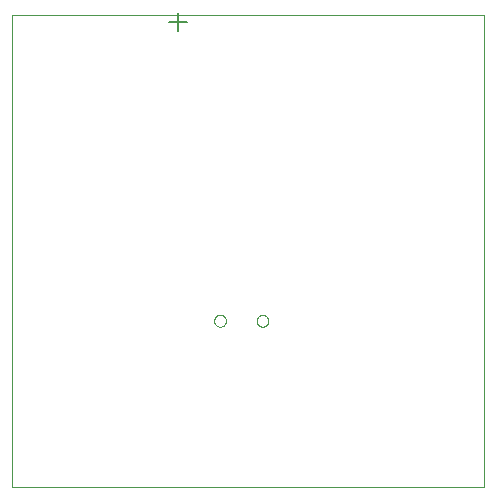
<source format=gbo>
G75*
%MOIN*%
%OFA0B0*%
%FSLAX25Y25*%
%IPPOS*%
%LPD*%
%AMOC8*
5,1,8,0,0,1.08239X$1,22.5*
%
%ADD10C,0.00000*%
%ADD11C,0.00800*%
D10*
X0004867Y0001000D02*
X0004867Y0158480D01*
X0162347Y0158480D01*
X0162347Y0001000D01*
X0004867Y0001000D01*
X0072307Y0056433D02*
X0072309Y0056521D01*
X0072315Y0056609D01*
X0072325Y0056697D01*
X0072339Y0056785D01*
X0072356Y0056871D01*
X0072378Y0056957D01*
X0072403Y0057041D01*
X0072433Y0057125D01*
X0072465Y0057207D01*
X0072502Y0057287D01*
X0072542Y0057366D01*
X0072586Y0057443D01*
X0072633Y0057518D01*
X0072683Y0057590D01*
X0072737Y0057661D01*
X0072793Y0057728D01*
X0072853Y0057794D01*
X0072915Y0057856D01*
X0072981Y0057916D01*
X0073048Y0057972D01*
X0073119Y0058026D01*
X0073191Y0058076D01*
X0073266Y0058123D01*
X0073343Y0058167D01*
X0073422Y0058207D01*
X0073502Y0058244D01*
X0073584Y0058276D01*
X0073668Y0058306D01*
X0073752Y0058331D01*
X0073838Y0058353D01*
X0073924Y0058370D01*
X0074012Y0058384D01*
X0074100Y0058394D01*
X0074188Y0058400D01*
X0074276Y0058402D01*
X0074364Y0058400D01*
X0074452Y0058394D01*
X0074540Y0058384D01*
X0074628Y0058370D01*
X0074714Y0058353D01*
X0074800Y0058331D01*
X0074884Y0058306D01*
X0074968Y0058276D01*
X0075050Y0058244D01*
X0075130Y0058207D01*
X0075209Y0058167D01*
X0075286Y0058123D01*
X0075361Y0058076D01*
X0075433Y0058026D01*
X0075504Y0057972D01*
X0075571Y0057916D01*
X0075637Y0057856D01*
X0075699Y0057794D01*
X0075759Y0057728D01*
X0075815Y0057661D01*
X0075869Y0057590D01*
X0075919Y0057518D01*
X0075966Y0057443D01*
X0076010Y0057366D01*
X0076050Y0057287D01*
X0076087Y0057207D01*
X0076119Y0057125D01*
X0076149Y0057041D01*
X0076174Y0056957D01*
X0076196Y0056871D01*
X0076213Y0056785D01*
X0076227Y0056697D01*
X0076237Y0056609D01*
X0076243Y0056521D01*
X0076245Y0056433D01*
X0076243Y0056345D01*
X0076237Y0056257D01*
X0076227Y0056169D01*
X0076213Y0056081D01*
X0076196Y0055995D01*
X0076174Y0055909D01*
X0076149Y0055825D01*
X0076119Y0055741D01*
X0076087Y0055659D01*
X0076050Y0055579D01*
X0076010Y0055500D01*
X0075966Y0055423D01*
X0075919Y0055348D01*
X0075869Y0055276D01*
X0075815Y0055205D01*
X0075759Y0055138D01*
X0075699Y0055072D01*
X0075637Y0055010D01*
X0075571Y0054950D01*
X0075504Y0054894D01*
X0075433Y0054840D01*
X0075361Y0054790D01*
X0075286Y0054743D01*
X0075209Y0054699D01*
X0075130Y0054659D01*
X0075050Y0054622D01*
X0074968Y0054590D01*
X0074884Y0054560D01*
X0074800Y0054535D01*
X0074714Y0054513D01*
X0074628Y0054496D01*
X0074540Y0054482D01*
X0074452Y0054472D01*
X0074364Y0054466D01*
X0074276Y0054464D01*
X0074188Y0054466D01*
X0074100Y0054472D01*
X0074012Y0054482D01*
X0073924Y0054496D01*
X0073838Y0054513D01*
X0073752Y0054535D01*
X0073668Y0054560D01*
X0073584Y0054590D01*
X0073502Y0054622D01*
X0073422Y0054659D01*
X0073343Y0054699D01*
X0073266Y0054743D01*
X0073191Y0054790D01*
X0073119Y0054840D01*
X0073048Y0054894D01*
X0072981Y0054950D01*
X0072915Y0055010D01*
X0072853Y0055072D01*
X0072793Y0055138D01*
X0072737Y0055205D01*
X0072683Y0055276D01*
X0072633Y0055348D01*
X0072586Y0055423D01*
X0072542Y0055500D01*
X0072502Y0055579D01*
X0072465Y0055659D01*
X0072433Y0055741D01*
X0072403Y0055825D01*
X0072378Y0055909D01*
X0072356Y0055995D01*
X0072339Y0056081D01*
X0072325Y0056169D01*
X0072315Y0056257D01*
X0072309Y0056345D01*
X0072307Y0056433D01*
X0086480Y0056433D02*
X0086482Y0056521D01*
X0086488Y0056609D01*
X0086498Y0056697D01*
X0086512Y0056785D01*
X0086529Y0056871D01*
X0086551Y0056957D01*
X0086576Y0057041D01*
X0086606Y0057125D01*
X0086638Y0057207D01*
X0086675Y0057287D01*
X0086715Y0057366D01*
X0086759Y0057443D01*
X0086806Y0057518D01*
X0086856Y0057590D01*
X0086910Y0057661D01*
X0086966Y0057728D01*
X0087026Y0057794D01*
X0087088Y0057856D01*
X0087154Y0057916D01*
X0087221Y0057972D01*
X0087292Y0058026D01*
X0087364Y0058076D01*
X0087439Y0058123D01*
X0087516Y0058167D01*
X0087595Y0058207D01*
X0087675Y0058244D01*
X0087757Y0058276D01*
X0087841Y0058306D01*
X0087925Y0058331D01*
X0088011Y0058353D01*
X0088097Y0058370D01*
X0088185Y0058384D01*
X0088273Y0058394D01*
X0088361Y0058400D01*
X0088449Y0058402D01*
X0088537Y0058400D01*
X0088625Y0058394D01*
X0088713Y0058384D01*
X0088801Y0058370D01*
X0088887Y0058353D01*
X0088973Y0058331D01*
X0089057Y0058306D01*
X0089141Y0058276D01*
X0089223Y0058244D01*
X0089303Y0058207D01*
X0089382Y0058167D01*
X0089459Y0058123D01*
X0089534Y0058076D01*
X0089606Y0058026D01*
X0089677Y0057972D01*
X0089744Y0057916D01*
X0089810Y0057856D01*
X0089872Y0057794D01*
X0089932Y0057728D01*
X0089988Y0057661D01*
X0090042Y0057590D01*
X0090092Y0057518D01*
X0090139Y0057443D01*
X0090183Y0057366D01*
X0090223Y0057287D01*
X0090260Y0057207D01*
X0090292Y0057125D01*
X0090322Y0057041D01*
X0090347Y0056957D01*
X0090369Y0056871D01*
X0090386Y0056785D01*
X0090400Y0056697D01*
X0090410Y0056609D01*
X0090416Y0056521D01*
X0090418Y0056433D01*
X0090416Y0056345D01*
X0090410Y0056257D01*
X0090400Y0056169D01*
X0090386Y0056081D01*
X0090369Y0055995D01*
X0090347Y0055909D01*
X0090322Y0055825D01*
X0090292Y0055741D01*
X0090260Y0055659D01*
X0090223Y0055579D01*
X0090183Y0055500D01*
X0090139Y0055423D01*
X0090092Y0055348D01*
X0090042Y0055276D01*
X0089988Y0055205D01*
X0089932Y0055138D01*
X0089872Y0055072D01*
X0089810Y0055010D01*
X0089744Y0054950D01*
X0089677Y0054894D01*
X0089606Y0054840D01*
X0089534Y0054790D01*
X0089459Y0054743D01*
X0089382Y0054699D01*
X0089303Y0054659D01*
X0089223Y0054622D01*
X0089141Y0054590D01*
X0089057Y0054560D01*
X0088973Y0054535D01*
X0088887Y0054513D01*
X0088801Y0054496D01*
X0088713Y0054482D01*
X0088625Y0054472D01*
X0088537Y0054466D01*
X0088449Y0054464D01*
X0088361Y0054466D01*
X0088273Y0054472D01*
X0088185Y0054482D01*
X0088097Y0054496D01*
X0088011Y0054513D01*
X0087925Y0054535D01*
X0087841Y0054560D01*
X0087757Y0054590D01*
X0087675Y0054622D01*
X0087595Y0054659D01*
X0087516Y0054699D01*
X0087439Y0054743D01*
X0087364Y0054790D01*
X0087292Y0054840D01*
X0087221Y0054894D01*
X0087154Y0054950D01*
X0087088Y0055010D01*
X0087026Y0055072D01*
X0086966Y0055138D01*
X0086910Y0055205D01*
X0086856Y0055276D01*
X0086806Y0055348D01*
X0086759Y0055423D01*
X0086715Y0055500D01*
X0086675Y0055579D01*
X0086638Y0055659D01*
X0086606Y0055741D01*
X0086576Y0055825D01*
X0086551Y0055909D01*
X0086529Y0055995D01*
X0086512Y0056081D01*
X0086498Y0056169D01*
X0086488Y0056257D01*
X0086482Y0056345D01*
X0086480Y0056433D01*
D11*
X0060344Y0153053D02*
X0060344Y0159191D01*
X0057275Y0156122D02*
X0063413Y0156122D01*
M02*

</source>
